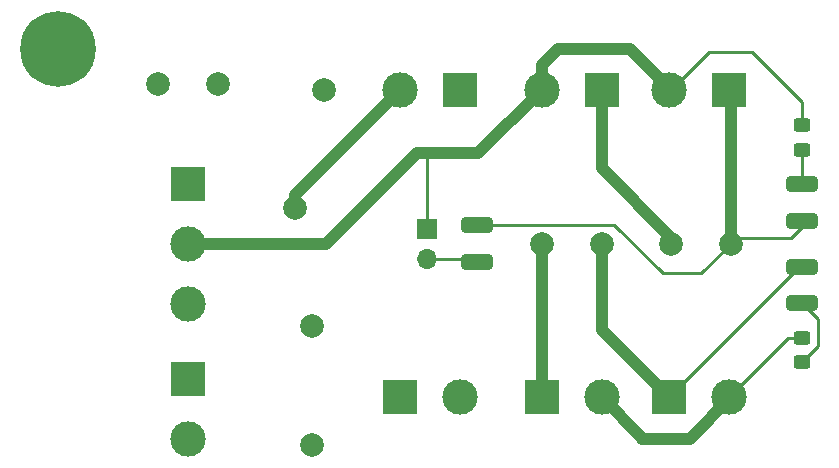
<source format=gtl>
G04 #@! TF.GenerationSoftware,KiCad,Pcbnew,(6.0.8)*
G04 #@! TF.CreationDate,2022-10-30T15:39:05+01:00*
G04 #@! TF.ProjectId,PowerInput,506f7765-7249-46e7-9075-742e6b696361,rev?*
G04 #@! TF.SameCoordinates,Original*
G04 #@! TF.FileFunction,Copper,L1,Top*
G04 #@! TF.FilePolarity,Positive*
%FSLAX46Y46*%
G04 Gerber Fmt 4.6, Leading zero omitted, Abs format (unit mm)*
G04 Created by KiCad (PCBNEW (6.0.8)) date 2022-10-30 15:39:05*
%MOMM*%
%LPD*%
G01*
G04 APERTURE LIST*
G04 Aperture macros list*
%AMRoundRect*
0 Rectangle with rounded corners*
0 $1 Rounding radius*
0 $2 $3 $4 $5 $6 $7 $8 $9 X,Y pos of 4 corners*
0 Add a 4 corners polygon primitive as box body*
4,1,4,$2,$3,$4,$5,$6,$7,$8,$9,$2,$3,0*
0 Add four circle primitives for the rounded corners*
1,1,$1+$1,$2,$3*
1,1,$1+$1,$4,$5*
1,1,$1+$1,$6,$7*
1,1,$1+$1,$8,$9*
0 Add four rect primitives between the rounded corners*
20,1,$1+$1,$2,$3,$4,$5,0*
20,1,$1+$1,$4,$5,$6,$7,0*
20,1,$1+$1,$6,$7,$8,$9,0*
20,1,$1+$1,$8,$9,$2,$3,0*%
G04 Aperture macros list end*
G04 #@! TA.AperFunction,SMDPad,CuDef*
%ADD10RoundRect,0.250000X-1.075000X0.400000X-1.075000X-0.400000X1.075000X-0.400000X1.075000X0.400000X0*%
G04 #@! TD*
G04 #@! TA.AperFunction,ComponentPad*
%ADD11R,1.700000X1.700000*%
G04 #@! TD*
G04 #@! TA.AperFunction,ComponentPad*
%ADD12O,1.700000X1.700000*%
G04 #@! TD*
G04 #@! TA.AperFunction,ComponentPad*
%ADD13C,2.000000*%
G04 #@! TD*
G04 #@! TA.AperFunction,SMDPad,CuDef*
%ADD14RoundRect,0.250000X1.075000X-0.400000X1.075000X0.400000X-1.075000X0.400000X-1.075000X-0.400000X0*%
G04 #@! TD*
G04 #@! TA.AperFunction,ComponentPad*
%ADD15R,3.000000X3.000000*%
G04 #@! TD*
G04 #@! TA.AperFunction,ComponentPad*
%ADD16C,3.000000*%
G04 #@! TD*
G04 #@! TA.AperFunction,ComponentPad*
%ADD17C,0.800000*%
G04 #@! TD*
G04 #@! TA.AperFunction,ComponentPad*
%ADD18C,6.400000*%
G04 #@! TD*
G04 #@! TA.AperFunction,SMDPad,CuDef*
%ADD19RoundRect,0.250000X-0.450000X0.325000X-0.450000X-0.325000X0.450000X-0.325000X0.450000X0.325000X0*%
G04 #@! TD*
G04 #@! TA.AperFunction,Conductor*
%ADD20C,0.250000*%
G04 #@! TD*
G04 #@! TA.AperFunction,Conductor*
%ADD21C,1.000000*%
G04 #@! TD*
G04 APERTURE END LIST*
D10*
X109000000Y-63450000D03*
X109000000Y-66550000D03*
D11*
X104750000Y-63750000D03*
D12*
X104750000Y-66290000D03*
D13*
X96000000Y-52000000D03*
X93600000Y-62000000D03*
D10*
X136500000Y-66950000D03*
X136500000Y-70050000D03*
D14*
X136500000Y-63050000D03*
X136500000Y-59950000D03*
D15*
X125210000Y-78000000D03*
D16*
X130290000Y-78000000D03*
D15*
X130290000Y-52000000D03*
D16*
X125210000Y-52000000D03*
D15*
X84500000Y-59941500D03*
D16*
X84500000Y-65021500D03*
X84500000Y-70101500D03*
X119540000Y-78000000D03*
D15*
X114460000Y-78000000D03*
X119540000Y-52000000D03*
D16*
X114460000Y-52000000D03*
D15*
X102500000Y-78000000D03*
D16*
X107580000Y-78000000D03*
X102500000Y-52000000D03*
D15*
X107580000Y-52000000D03*
X84500000Y-76460000D03*
D16*
X84500000Y-81540000D03*
D17*
X73500000Y-46100000D03*
X75197056Y-50197056D03*
X75197056Y-46802944D03*
X75900000Y-48500000D03*
D18*
X73500000Y-48500000D03*
D17*
X73500000Y-50900000D03*
X71802944Y-46802944D03*
X71802944Y-50197056D03*
X71100000Y-48500000D03*
D13*
X119540000Y-65000000D03*
X114460000Y-65000000D03*
X130500000Y-65000000D03*
X125420000Y-65000000D03*
X81960000Y-51500000D03*
X87040000Y-51500000D03*
D19*
X136500000Y-72975000D03*
X136500000Y-75025000D03*
X136500000Y-54975000D03*
X136500000Y-57025000D03*
D13*
X95000000Y-72000000D03*
X95000000Y-82000000D03*
D20*
X135315000Y-72975000D02*
X130290000Y-78000000D01*
X136500000Y-72975000D02*
X135315000Y-72975000D01*
X137825000Y-73662437D02*
X137825000Y-71375000D01*
X136500000Y-74987437D02*
X137825000Y-73662437D01*
X136500000Y-75025000D02*
X136500000Y-74987437D01*
X137825000Y-71375000D02*
X136500000Y-70050000D01*
D21*
X123000000Y-81460000D02*
X119540000Y-78000000D01*
X123000000Y-81500000D02*
X123000000Y-81460000D01*
X127000000Y-81500000D02*
X123000000Y-81500000D01*
X130500000Y-78000000D02*
X127000000Y-81500000D01*
D20*
X124750000Y-67500000D02*
X128000000Y-67500000D01*
X128000000Y-67500000D02*
X130500000Y-65000000D01*
X120625000Y-63375000D02*
X124750000Y-67500000D01*
X109075000Y-63375000D02*
X120625000Y-63375000D01*
X109000000Y-63450000D02*
X109075000Y-63375000D01*
X136260000Y-66950000D02*
X125210000Y-78000000D01*
X136500000Y-66950000D02*
X136260000Y-66950000D01*
D21*
X119540000Y-72330000D02*
X125210000Y-78000000D01*
X119540000Y-65000000D02*
X119540000Y-72330000D01*
D20*
X108740000Y-66290000D02*
X104750000Y-66290000D01*
X109000000Y-66550000D02*
X108740000Y-66290000D01*
X104750000Y-57460000D02*
X104645000Y-57355000D01*
X104750000Y-63750000D02*
X104750000Y-57460000D01*
D21*
X104645000Y-57355000D02*
X109105000Y-57355000D01*
X103895000Y-57355000D02*
X104645000Y-57355000D01*
X84500000Y-65021500D02*
X96228500Y-65021500D01*
X96228500Y-65021500D02*
X103895000Y-57355000D01*
X109105000Y-57355000D02*
X114460000Y-52000000D01*
X121920000Y-48500000D02*
X125420000Y-52000000D01*
X115838680Y-48500000D02*
X121920000Y-48500000D01*
X114460000Y-49878680D02*
X115838680Y-48500000D01*
X114460000Y-52000000D02*
X114460000Y-49878680D01*
D20*
X135550000Y-64500000D02*
X130500000Y-64500000D01*
X136500000Y-63550000D02*
X135550000Y-64500000D01*
X128670000Y-48750000D02*
X125420000Y-52000000D01*
X132250000Y-48750000D02*
X128670000Y-48750000D01*
X136500000Y-53000000D02*
X132250000Y-48750000D01*
X136500000Y-54975000D02*
X136500000Y-53000000D01*
D21*
X130500000Y-52000000D02*
X130500000Y-64500000D01*
X119540000Y-52000000D02*
X119540000Y-58620000D01*
X119540000Y-58620000D02*
X125420000Y-64500000D01*
X93600000Y-60900000D02*
X93600000Y-62000000D01*
X102500000Y-52000000D02*
X93600000Y-60900000D01*
D20*
X136500000Y-60450000D02*
X136500000Y-57025000D01*
D21*
X114460000Y-77000000D02*
X114460000Y-64500000D01*
M02*

</source>
